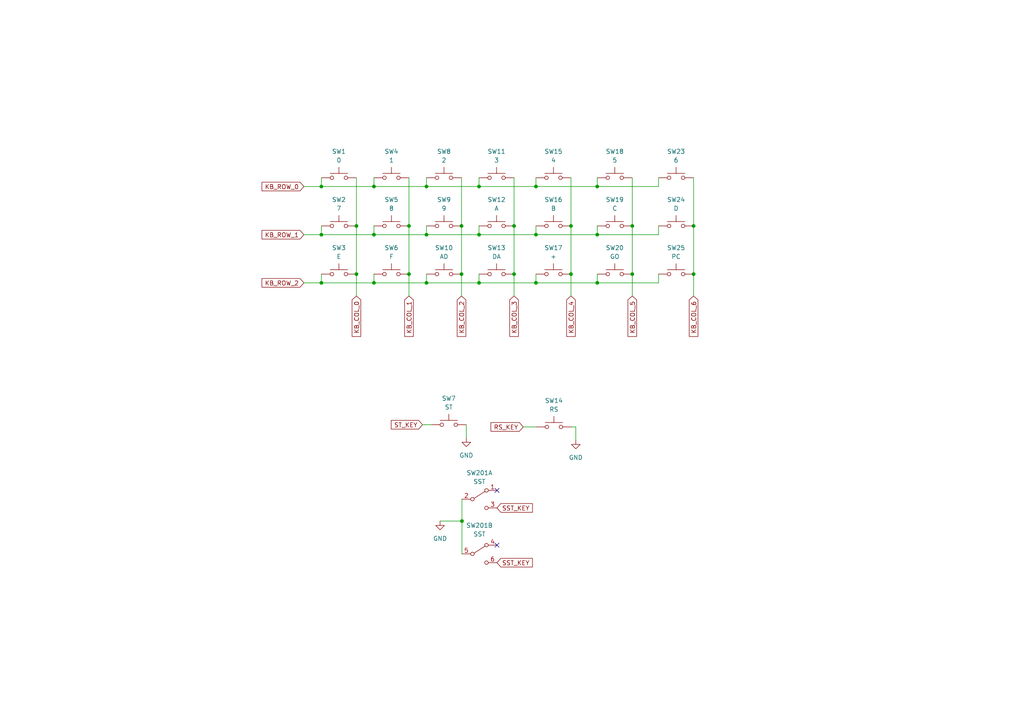
<source format=kicad_sch>
(kicad_sch (version 20211123) (generator eeschema)
  (paper "A4")
  (lib_symbols
    (symbol "Switch:SW_DPDT_x2" (pin_names (offset 0) hide)
      (property "Reference" "SW" (at 0 4.318 0))
      (property "Value" "SW_DPDT_x2" (at 0 -5.08 0))
      (symbol "SW_DPDT_x2_0_0"
        (circle (center -2.032 0) (radius 0.508))
        (circle (center 2.032 -2.54) (radius 0.508))
      )
      (symbol "SW_DPDT_x2_0_1"
        (polyline (pts (xy -1.524 0.254) (xy 1.651 2.286)))
        (circle (center 2.032 2.54) (radius 0.508))
      )
      (symbol "SW_DPDT_x2_1_1"
        (pin passive line (at 5.08 2.54 180) (length 2.54) (name "A") (number "1"))
        (pin passive line (at -5.08 0 0) (length 2.54) (name "B") (number "2"))
        (pin passive line (at 5.08 -2.54 180) (length 2.54) (name "C") (number "3"))
      )
      (symbol "SW_DPDT_x2_2_1"
        (pin passive line (at 5.08 2.54 180) (length 2.54) (name "A") (number "4"))
        (pin passive line (at -5.08 0 0) (length 2.54) (name "B") (number "5"))
        (pin passive line (at 5.08 -2.54 180) (length 2.54) (name "C") (number "6"))
      )
    )
    (symbol "Switch:SW_Push" (pin_numbers hide) (pin_names (offset 1.016) hide)
      (property "Reference" "SW" (at 1.27 2.54 0))
      (property "Value" "SW_Push" (at 0 -1.524 0))
      (symbol "SW_Push_0_1"
        (circle (center -2.032 0) (radius 0.508))
        (polyline (pts (xy 0 1.27) (xy 0 3.048)))
        (polyline (pts (xy 2.54 1.27) (xy -2.54 1.27)))
        (circle (center 2.032 0) (radius 0.508))
        (pin passive line (at -5.08 0 0) (length 2.54) (name "1") (number "1"))
        (pin passive line (at 5.08 0 180) (length 2.54) (name "2") (number "2"))
      )
    )
    (symbol "power:GND" (power) (pin_names (offset 0))
      (property "Value" "GND" (at 0 -3.81 0))
      (symbol "GND_0_1"
        (polyline (pts (xy 0 0) (xy 0 -1.27) (xy 1.27 -1.27) (xy 0 -2.54) (xy -1.27 -1.27) (xy 0 -1.27)))
      )
      (symbol "GND_1_1"
        (pin power_in line (at 0 0 270) (length 0) hide (name "GND") (number "1"))
      )
    )
  )
  (junction (at 118.618 79.502))
  (junction (at 149.098 65.532))
  (junction (at 118.618 65.532))
  (junction (at 133.858 65.532))
  (junction (at 103.378 65.532))
  (junction (at 183.388 65.532))
  (junction (at 173.228 82.042))
  (junction (at 155.448 68.072))
  (junction (at 201.168 79.502))
  (junction (at 138.938 54.102))
  (junction (at 155.448 82.042))
  (junction (at 108.458 82.042))
  (junction (at 173.228 54.102))
  (junction (at 123.698 68.072))
  (junction (at 165.608 79.502))
  (junction (at 93.218 68.072))
  (junction (at 103.378 79.502))
  (junction (at 201.168 65.532))
  (junction (at 108.458 68.072))
  (junction (at 93.218 82.042))
  (junction (at 123.698 82.042))
  (junction (at 183.388 79.502))
  (junction (at 133.858 79.502))
  (junction (at 133.985 151.13))
  (junction (at 165.608 65.532))
  (junction (at 138.938 82.042))
  (junction (at 155.448 54.102))
  (junction (at 138.938 68.072))
  (junction (at 123.698 54.102))
  (junction (at 108.458 54.102))
  (junction (at 173.228 68.072))
  (junction (at 93.218 54.102))
  (junction (at 149.098 79.502))
  (no_connect (at 144.145 142.24))
  (no_connect (at 144.145 158.115))
  (wire (pts (xy 133.858 65.532) (xy 133.858 79.502)))
  (wire (pts (xy 138.938 65.532) (xy 138.938 68.072)))
  (wire (pts (xy 103.378 79.502) (xy 103.378 85.852)))
  (wire (pts (xy 127.635 151.13) (xy 133.985 151.13)))
  (wire (pts (xy 88.138 54.102) (xy 93.218 54.102)))
  (wire (pts (xy 108.458 54.102) (xy 123.698 54.102)))
  (wire (pts (xy 103.378 51.562) (xy 103.378 65.532)))
  (wire (pts (xy 165.608 79.502) (xy 165.608 85.852)))
  (wire (pts (xy 173.228 54.102) (xy 191.008 54.102)))
  (wire (pts (xy 135.255 123.19) (xy 135.255 127)))
  (wire (pts (xy 165.735 123.825) (xy 167.005 123.825)))
  (wire (pts (xy 151.765 123.825) (xy 155.575 123.825)))
  (wire (pts (xy 118.618 51.562) (xy 118.618 65.532)))
  (wire (pts (xy 138.938 79.502) (xy 138.938 82.042)))
  (wire (pts (xy 138.938 68.072) (xy 155.448 68.072)))
  (wire (pts (xy 183.388 79.502) (xy 183.388 85.852)))
  (wire (pts (xy 108.458 68.072) (xy 123.698 68.072)))
  (wire (pts (xy 123.698 82.042) (xy 138.938 82.042)))
  (wire (pts (xy 108.458 65.532) (xy 108.458 68.072)))
  (wire (pts (xy 201.168 79.502) (xy 201.168 85.852)))
  (wire (pts (xy 167.005 123.825) (xy 167.005 127.635)))
  (wire (pts (xy 155.448 65.532) (xy 155.448 68.072)))
  (wire (pts (xy 123.698 68.072) (xy 138.938 68.072)))
  (wire (pts (xy 123.698 65.532) (xy 123.698 68.072)))
  (wire (pts (xy 173.228 68.072) (xy 173.228 65.532)))
  (wire (pts (xy 173.228 82.042) (xy 191.008 82.042)))
  (wire (pts (xy 138.938 82.042) (xy 155.448 82.042)))
  (wire (pts (xy 149.098 51.562) (xy 149.098 65.532)))
  (wire (pts (xy 133.858 51.562) (xy 133.858 65.532)))
  (wire (pts (xy 133.985 151.13) (xy 133.985 160.655)))
  (wire (pts (xy 201.168 51.562) (xy 201.168 65.532)))
  (wire (pts (xy 93.218 82.042) (xy 108.458 82.042)))
  (wire (pts (xy 155.448 79.502) (xy 155.448 82.042)))
  (wire (pts (xy 108.458 51.562) (xy 108.458 54.102)))
  (wire (pts (xy 93.218 65.532) (xy 93.218 68.072)))
  (wire (pts (xy 183.388 65.532) (xy 183.388 79.502)))
  (wire (pts (xy 155.448 51.562) (xy 155.448 54.102)))
  (wire (pts (xy 88.138 82.042) (xy 93.218 82.042)))
  (wire (pts (xy 123.698 51.562) (xy 123.698 54.102)))
  (wire (pts (xy 165.608 51.562) (xy 165.608 65.532)))
  (wire (pts (xy 201.168 65.532) (xy 201.168 79.502)))
  (wire (pts (xy 93.218 68.072) (xy 108.458 68.072)))
  (wire (pts (xy 149.098 65.532) (xy 149.098 79.502)))
  (wire (pts (xy 118.618 79.502) (xy 118.618 85.852)))
  (wire (pts (xy 133.985 151.13) (xy 133.985 144.78)))
  (wire (pts (xy 183.388 51.562) (xy 183.388 65.532)))
  (wire (pts (xy 191.008 68.072) (xy 191.008 65.532)))
  (wire (pts (xy 88.138 68.072) (xy 93.218 68.072)))
  (wire (pts (xy 191.008 82.042) (xy 191.008 79.502)))
  (wire (pts (xy 155.448 82.042) (xy 173.228 82.042)))
  (wire (pts (xy 133.858 79.502) (xy 133.858 85.852)))
  (wire (pts (xy 93.218 79.502) (xy 93.218 82.042)))
  (wire (pts (xy 173.228 54.102) (xy 173.228 51.562)))
  (wire (pts (xy 138.938 54.102) (xy 155.448 54.102)))
  (wire (pts (xy 155.448 68.072) (xy 173.228 68.072)))
  (wire (pts (xy 123.698 54.102) (xy 138.938 54.102)))
  (wire (pts (xy 138.938 51.562) (xy 138.938 54.102)))
  (wire (pts (xy 108.458 79.502) (xy 108.458 82.042)))
  (wire (pts (xy 108.458 82.042) (xy 123.698 82.042)))
  (wire (pts (xy 118.618 65.532) (xy 118.618 79.502)))
  (wire (pts (xy 123.698 79.502) (xy 123.698 82.042)))
  (wire (pts (xy 155.448 54.102) (xy 173.228 54.102)))
  (wire (pts (xy 103.378 65.532) (xy 103.378 79.502)))
  (wire (pts (xy 122.555 123.19) (xy 125.095 123.19)))
  (wire (pts (xy 149.098 79.502) (xy 149.098 85.852)))
  (wire (pts (xy 191.008 54.102) (xy 191.008 51.562)))
  (wire (pts (xy 93.218 54.102) (xy 108.458 54.102)))
  (wire (pts (xy 173.228 68.072) (xy 191.008 68.072)))
  (wire (pts (xy 165.608 65.532) (xy 165.608 79.502)))
  (wire (pts (xy 173.228 82.042) (xy 173.228 79.502)))
  (wire (pts (xy 93.218 51.562) (xy 93.218 54.102)))
  (global_label "KB_COL_6" (shape input) (at 201.168 85.852 270) (property "Intersheet References" "${INTERSHEET_REFS}" (effects hide)))
  (global_label "ST_KEY" (shape input) (at 122.555 123.19 180) (property "Intersheet References" "${INTERSHEET_REFS}" (effects hide)))
  (global_label "KB_COL_2" (shape input) (at 133.858 85.852 270) (property "Intersheet References" "${INTERSHEET_REFS}" (effects hide)))
  (global_label "KB_COL_1" (shape input) (at 118.618 85.852 270) (property "Intersheet References" "${INTERSHEET_REFS}" (effects hide)))
  (global_label "SST_KEY" (shape input) (at 144.145 147.32 0) (property "Intersheet References" "${INTERSHEET_REFS}" (effects hide)))
  (global_label "KB_COL_3" (shape input) (at 149.098 85.852 270) (property "Intersheet References" "${INTERSHEET_REFS}" (effects hide)))
  (global_label "KB_ROW_1" (shape input) (at 88.138 68.072 180) (property "Intersheet References" "${INTERSHEET_REFS}" (effects hide)))
  (global_label "KB_ROW_2" (shape input) (at 88.138 82.042 180) (property "Intersheet References" "${INTERSHEET_REFS}" (effects hide)))
  (global_label "KB_ROW_0" (shape input) (at 88.138 54.102 180) (property "Intersheet References" "${INTERSHEET_REFS}" (effects hide)))
  (global_label "SST_KEY" (shape input) (at 144.145 163.195 0) (property "Intersheet References" "${INTERSHEET_REFS}" (effects hide)))
  (global_label "KB_COL_5" (shape input) (at 183.388 85.852 270) (property "Intersheet References" "${INTERSHEET_REFS}" (effects hide)))
  (global_label "KB_COL_4" (shape input) (at 165.608 85.852 270) (property "Intersheet References" "${INTERSHEET_REFS}" (effects hide)))
  (global_label "RS_KEY" (shape input) (at 151.765 123.825 180) (property "Intersheet References" "${INTERSHEET_REFS}" (effects hide)))
  (global_label "KB_COL_0" (shape input) (at 103.378 85.852 270) (property "Intersheet References" "${INTERSHEET_REFS}" (effects hide)))
  (symbol (lib_id "Switch:SW_Push") (at 98.298 79.502 0) (unit 1)
    (property "Reference" "SW3" (at 98.298 71.882 0))
    (property "Value" "E" (at 98.298 74.422 0))
    (property "Footprint" "Button_Switch_THT:SW_PUSH-12mm" (effects hide))
  )
  (symbol (lib_id "Switch:SW_Push") (at 113.538 79.502 0) (unit 1)
    (property "Reference" "SW6" (at 113.538 71.882 0))
    (property "Value" "F" (at 113.538 74.422 0))
    (property "Footprint" "Button_Switch_THT:SW_PUSH-12mm" (effects hide))
  )
  (symbol (lib_id "power:GND") (at 167.005 127.635 0) (unit 1)
    (property "Reference" "#PWR0104" (effects hide))
    (property "Value" "GND" (at 167.005 132.715 0))
  )
  (symbol (lib_id "Switch:SW_Push") (at 113.538 51.562 0) (unit 1)
    (property "Reference" "SW4" (at 113.538 43.942 0))
    (property "Value" "1" (at 113.538 46.482 0))
    (property "Footprint" "Button_Switch_THT:SW_PUSH-12mm" (effects hide))
  )
  (symbol (lib_id "Switch:SW_Push") (at 128.778 51.562 0) (unit 1)
    (property "Reference" "SW8" (at 128.778 43.942 0))
    (property "Value" "2" (at 128.778 46.482 0))
    (property "Footprint" "Button_Switch_THT:SW_PUSH-12mm" (effects hide))
  )
  (symbol (lib_id "Switch:SW_Push") (at 160.528 51.562 0) (unit 1)
    (property "Reference" "SW15" (at 160.528 43.942 0))
    (property "Value" "4" (at 160.528 46.482 0))
    (property "Footprint" "Button_Switch_THT:SW_PUSH-12mm" (effects hide))
  )
  (symbol (lib_id "power:GND") (at 135.255 127 0) (unit 1)
    (property "Reference" "#PWR0101" (effects hide))
    (property "Value" "GND" (at 135.255 132.08 0))
  )
  (symbol (lib_id "Switch:SW_Push") (at 128.778 79.502 0) (unit 1)
    (property "Reference" "SW10" (at 128.778 71.882 0))
    (property "Value" "AD" (at 128.778 74.422 0))
    (property "Footprint" "Button_Switch_THT:SW_PUSH-12mm" (effects hide))
  )
  (symbol (lib_id "Switch:SW_DPDT_x2") (at 139.065 144.78 0) (unit 1)
    (property "Reference" "SW201" (at 139.065 137.16 0))
    (property "Value" "SST" (at 139.065 139.7 0))
    (property "Footprint" "Button_Switch_THT:SW_E-Switch_EG1271_DPDT" (effects hide))
  )
  (symbol (lib_id "Switch:SW_Push") (at 113.538 65.532 0) (unit 1)
    (property "Reference" "SW5" (at 113.538 57.912 0))
    (property "Value" "8" (at 113.538 60.452 0))
    (property "Footprint" "Button_Switch_THT:SW_PUSH-12mm" (effects hide))
  )
  (symbol (lib_id "Switch:SW_Push") (at 128.778 65.532 0) (unit 1)
    (property "Reference" "SW9" (at 128.778 57.912 0))
    (property "Value" "9" (at 128.778 60.452 0))
    (property "Footprint" "Button_Switch_THT:SW_PUSH-12mm" (effects hide))
  )
  (symbol (lib_id "Switch:SW_Push") (at 178.308 79.502 0) (unit 1)
    (property "Reference" "SW20" (at 178.308 71.882 0))
    (property "Value" "GO" (at 178.308 74.422 0))
    (property "Footprint" "Button_Switch_THT:SW_PUSH-12mm" (effects hide))
  )
  (symbol (lib_id "Switch:SW_Push") (at 160.655 123.825 0) (unit 1)
    (property "Reference" "SW14" (at 160.655 116.205 0))
    (property "Value" "RS" (at 160.655 118.745 0))
    (property "Footprint" "Button_Switch_THT:SW_PUSH-12mm" (effects hide))
  )
  (symbol (lib_id "Switch:SW_Push") (at 196.088 51.562 0) (unit 1)
    (property "Reference" "SW23" (at 196.088 43.942 0))
    (property "Value" "6" (at 196.088 46.482 0))
    (property "Footprint" "Button_Switch_THT:SW_PUSH-12mm" (effects hide))
  )
  (symbol (lib_id "Switch:SW_Push") (at 160.528 65.532 0) (unit 1)
    (property "Reference" "SW16" (at 160.528 57.912 0))
    (property "Value" "B" (at 160.528 60.452 0))
    (property "Footprint" "Button_Switch_THT:SW_PUSH-12mm" (effects hide))
  )
  (symbol (lib_id "Switch:SW_DPDT_x2") (at 139.065 160.655 0) (unit 2)
    (property "Reference" "SW201" (at 139.065 152.4 0))
    (property "Value" "SST" (at 139.065 154.94 0))
    (property "Footprint" "Button_Switch_THT:SW_E-Switch_EG1271_DPDT" (effects hide))
  )
  (symbol (lib_id "Switch:SW_Push") (at 144.018 51.562 0) (unit 1)
    (property "Reference" "SW11" (at 144.018 43.942 0))
    (property "Value" "3" (at 144.018 46.482 0))
    (property "Footprint" "Button_Switch_THT:SW_PUSH-12mm" (effects hide))
  )
  (symbol (lib_id "Switch:SW_Push") (at 130.175 123.19 0) (unit 1)
    (property "Reference" "SW7" (at 130.175 115.57 0))
    (property "Value" "ST" (at 130.175 118.11 0))
    (property "Footprint" "Button_Switch_THT:SW_PUSH-12mm" (effects hide))
  )
  (symbol (lib_id "Switch:SW_Push") (at 144.018 79.502 0) (unit 1)
    (property "Reference" "SW13" (at 144.018 71.882 0))
    (property "Value" "DA" (at 144.018 74.422 0))
    (property "Footprint" "Button_Switch_THT:SW_PUSH-12mm" (effects hide))
  )
  (symbol (lib_id "Switch:SW_Push") (at 160.528 79.502 0) (unit 1)
    (property "Reference" "SW17" (at 160.528 71.882 0))
    (property "Value" "+" (at 160.528 74.422 0))
    (property "Footprint" "Button_Switch_THT:SW_PUSH-12mm" (effects hide))
  )
  (symbol (lib_id "Switch:SW_Push") (at 98.298 65.532 0) (unit 1)
    (property "Reference" "SW2" (at 98.298 57.912 0))
    (property "Value" "7" (at 98.298 60.452 0))
    (property "Footprint" "Button_Switch_THT:SW_PUSH-12mm" (effects hide))
  )
  (symbol (lib_id "power:GND") (at 127.635 151.13 0) (unit 1)
    (property "Reference" "#PWR0103" (effects hide))
    (property "Value" "GND" (at 127.635 156.21 0))
  )
  (symbol (lib_id "Switch:SW_Push") (at 196.088 79.502 0) (unit 1)
    (property "Reference" "SW25" (at 196.088 71.882 0))
    (property "Value" "PC" (at 196.088 74.422 0))
    (property "Footprint" "Button_Switch_THT:SW_PUSH-12mm" (effects hide))
  )
  (symbol (lib_id "Switch:SW_Push") (at 98.298 51.562 0) (unit 1)
    (property "Reference" "SW1" (at 98.298 43.942 0))
    (property "Value" "0" (at 98.298 46.482 0))
    (property "Footprint" "Button_Switch_THT:SW_PUSH-12mm" (effects hide))
  )
  (symbol (lib_id "Switch:SW_Push") (at 178.308 65.532 0) (unit 1)
    (property "Reference" "SW19" (at 178.308 57.912 0))
    (property "Value" "C" (at 178.308 60.452 0))
    (property "Footprint" "Button_Switch_THT:SW_PUSH-12mm" (effects hide))
  )
  (symbol (lib_id "Switch:SW_Push") (at 196.088 65.532 0) (unit 1)
    (property "Reference" "SW24" (at 196.088 57.912 0))
    (property "Value" "D" (at 196.088 60.452 0))
    (property "Footprint" "Button_Switch_THT:SW_PUSH-12mm" (effects hide))
  )
  (symbol (lib_id "Switch:SW_Push") (at 144.018 65.532 0) (unit 1)
    (property "Reference" "SW12" (at 144.018 57.912 0))
    (property "Value" "A" (at 144.018 60.452 0))
    (property "Footprint" "Button_Switch_THT:SW_PUSH-12mm" (effects hide))
  )
  (symbol (lib_id "Switch:SW_Push") (at 178.308 51.562 0) (unit 1)
    (property "Reference" "SW18" (at 178.308 43.942 0))
    (property "Value" "5" (at 178.308 46.482 0))
    (property "Footprint" "Button_Switch_THT:SW_PUSH-12mm" (effects hide))
  )
)
</source>
